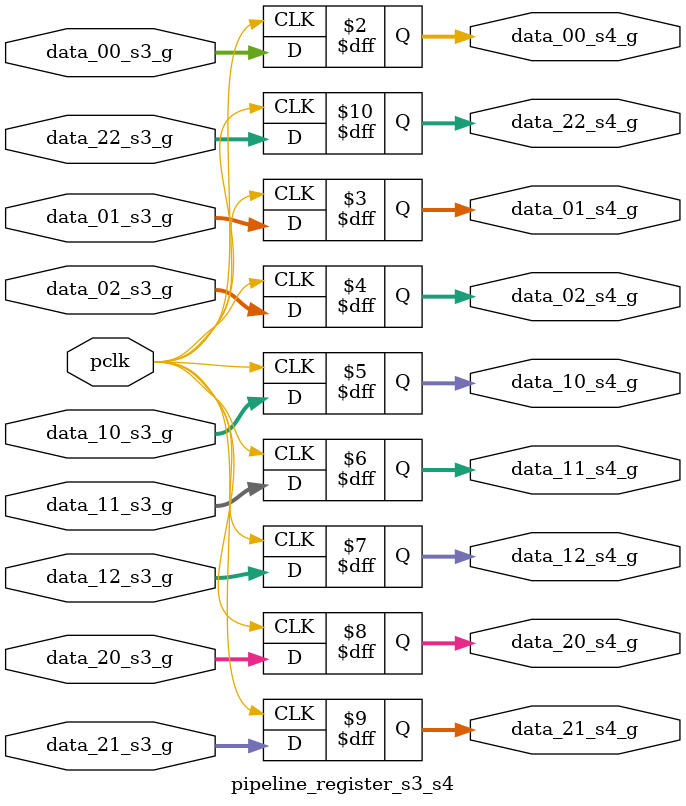
<source format=sv>
`timescale 1ns / 1ps


module pipeline_register_s0_s1 (
    input  logic       pclk,
    input  logic       DE_s0,
    input  logic       v_sync_s0,
    input  logic       h_sync_s0,
    input  logic [9:0] x_pixel_s0,
    input  logic [9:0] y_pixel_s0,
    output logic       DE_s1,
    output logic       v_sync_s1,
    output logic       h_sync_s1,
    output logic [9:0] x_pixel_s1,
    output logic [9:0] y_pixel_s1
);
    always_ff @(posedge pclk) begin
        DE_s1      <= DE_s0;
        v_sync_s1  <= v_sync_s0;
        h_sync_s1  <= h_sync_s0;
        x_pixel_s1 <= x_pixel_s0;
        y_pixel_s1 <= y_pixel_s0;
    end
endmodule

module pipeline_register_s1_s2 (
    input  logic       pclk,
    input  logic       DE_s1,
    input  logic       v_sync_s1,
    input  logic       h_sync_s1,
    input  logic [9:0] x_pixel_s1,
    input  logic [9:0] y_pixel_s1,
    output logic       DE_s2,
    output logic       v_sync_s2,
    output logic       h_sync_s2,
    output logic [9:0] x_pixel_s2,
    output logic [9:0] y_pixel_s2
);
    always_ff @(posedge pclk) begin
        DE_s2      <= DE_s1;
        v_sync_s2  <= v_sync_s1;
        h_sync_s2  <= h_sync_s1;
        x_pixel_s2 <= x_pixel_s1;
        y_pixel_s2 <= y_pixel_s1;
    end
endmodule

module pipeline_register_s2_s3 (
    input  logic       pclk,
    input  logic       DE_s2,
    input  logic       v_sync_s2,
    input  logic       h_sync_s2,
    input  logic [9:0] x_pixel_s2,
    input  logic [9:0] y_pixel_s2,
    output logic       DE_s3,
    output logic       v_sync_s3,
    output logic       h_sync_s3,
    output logic [9:0] x_pixel_s3,
    output logic [9:0] y_pixel_s3
);
    always_ff @(posedge pclk) begin
        DE_s3      <= DE_s2;
        v_sync_s3  <= v_sync_s2;
        h_sync_s3  <= h_sync_s2;
        x_pixel_s3 <= x_pixel_s2;
        y_pixel_s3 <= y_pixel_s2;
    end
endmodule


module pipeline_register_s3_s4 (
    input  logic        pclk,
    input  logic [11:0] data_00_s3_g,
    input  logic [11:0] data_01_s3_g,
    input  logic [11:0] data_02_s3_g,
    input  logic [11:0] data_10_s3_g,
    input  logic [11:0] data_11_s3_g,
    input  logic [11:0] data_12_s3_g,
    input  logic [11:0] data_20_s3_g,
    input  logic [11:0] data_21_s3_g,
    input  logic [11:0] data_22_s3_g,
    output logic [11:0] data_00_s4_g,
    output logic [11:0] data_01_s4_g,
    output logic [11:0] data_02_s4_g,
    output logic [11:0] data_10_s4_g,
    output logic [11:0] data_11_s4_g,
    output logic [11:0] data_12_s4_g,
    output logic [11:0] data_20_s4_g,
    output logic [11:0] data_21_s4_g,
    output logic [11:0] data_22_s4_g
);
    always_ff @(posedge pclk) begin
        data_00_s4_g <= data_00_s3_g;
        data_01_s4_g <= data_01_s3_g;
        data_02_s4_g <= data_02_s3_g;
        data_10_s4_g <= data_10_s3_g;
        data_11_s4_g <= data_11_s3_g;
        data_12_s4_g <= data_12_s3_g;
        data_20_s4_g <= data_20_s3_g;
        data_21_s4_g <= data_21_s3_g;
        data_22_s4_g <= data_22_s3_g;
    end
endmodule

</source>
